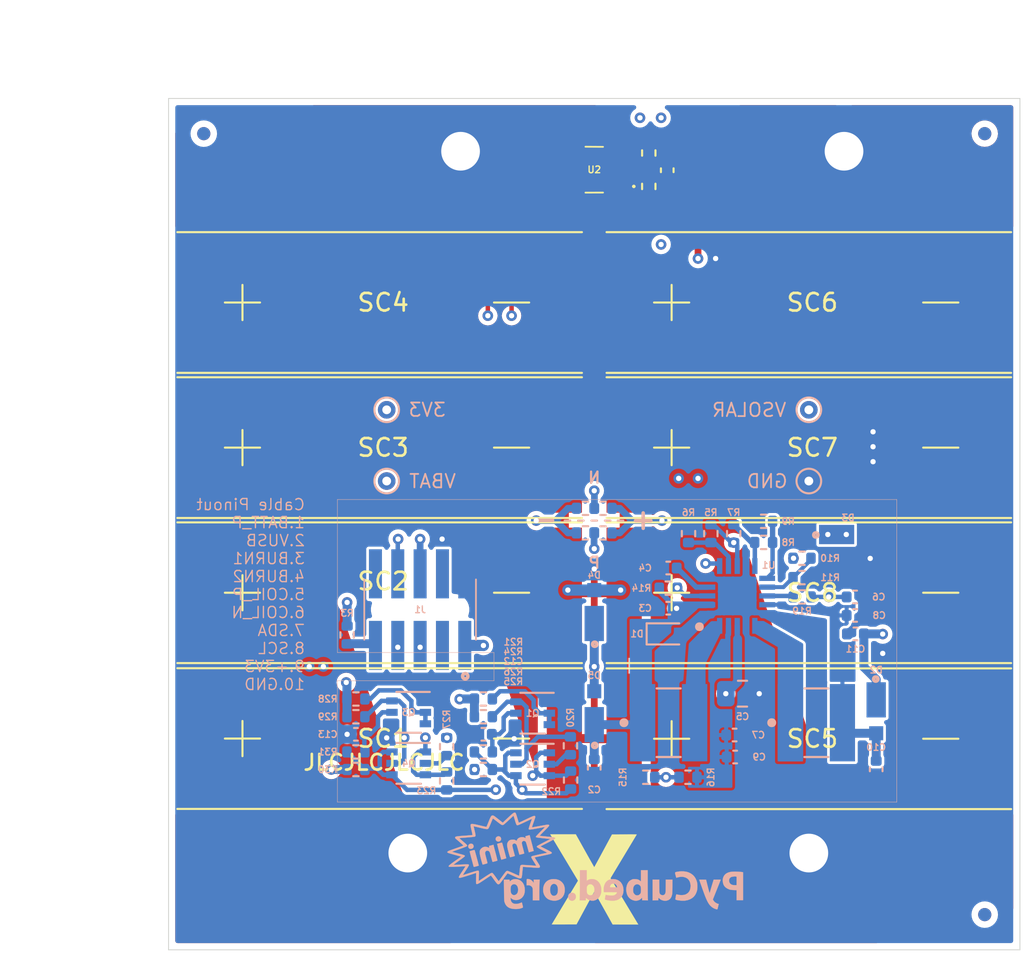
<source format=kicad_pcb>
(kicad_pcb (version 20211014) (generator pcbnew)
  (layers (0 "F.Cu" signal "Top") (1 "In1.Cu" signal) (2 "In2.Cu" signal) (3 "In3.Cu" signal) (4 "In4.Cu" signal) (31 "B.Cu" signal "Bottom") (34 "B.Paste" user) (35 "F.Paste" user) (36 "B.SilkS" user "B.Silkscreen") (37 "F.SilkS" user "F.Silkscreen") (38 "B.Mask" user) (39 "F.Mask" user) (44 "Edge.Cuts" user))
  (net 0 "")
  (net 1 "GND")
  (net 2 "+3V3")
  (net 3 "Net-(C7-Pad1)")
  (net 4 "Net-(L1-Pad2)")
  (net 5 "VOUT_EN")
  (net 6 "VSOLAR")
  (net 7 "VBAT_OK")
  (net 8 "VUSB")
  (net 9 "BATT_P")
  (net 10 "COIL_N")
  (net 11 "COIL_P")
  (net 12 "Net-(C4-Pad1)")
  (net 13 "Net-(C10-Pad1)")
  (net 14 "Net-(L2-Pad1)")
  (net 15 "Net-(R10-Pad2)")
  (net 16 "Net-(R5-Pad1)")
  (net 17 "Net-(R7-Pad1)")
  (net 18 "Net-(R8-Pad1)")
  (net 19 "Net-(R10-Pad1)")
  (net 20 "Net-(R14-Pad1)")
  (net 21 "Net-(C12-Pad1)")
  (net 22 "/coil")
  (net 23 "/VSOLAR_FULL")
  (net 24 "BURN1")
  (net 25 "Net-(C13-Pad1)")
  (net 26 "Net-(D3-Pad1)")
  (net 27 "SDA2")
  (net 28 "SCL2")
  (net 29 "BURN2")
  (net 30 "Net-(Q1-Pad2)")
  (net 31 "Net-(Q1-Pad6)")
  (net 32 "Net-(Q2-Pad2)")
  (net 33 "SCL_LS")
  (net 34 "Net-(Q3-Pad2)")
  (net 35 "Net-(Q3-Pad6)")
  (net 36 "Net-(Q4-Pad2)")
  (net 37 "SDA_LS")
  (net 38 "Net-(R1-Pad1)")
  (net 40 "VBAT")
  (footprint "solarpanels:KXOB25-05X3F" (layer "F.Cu") (at 84 78.690978)
    (fp_text reference "SC1")
    (fp_text value "SolarCell_Small")
  )
  (footprint "solarpanels:KXOB25-05X3F" (layer "F.Cu") (at 84 70.399991)
    (fp_text reference "SC2")
    (fp_text value "SolarCell_Small")
  )
  (footprint "solarpanels:KXOB25-05X3F" (layer "F.Cu") (at 84 62.149996)
    (fp_text reference "SC3")
    (fp_text value "SolarCell_Small")
  )
  (footprint "solarpanels:KXOB25-05X3F" (layer "F.Cu") (at 108.4 78.700988)
    (fp_text reference "SC5")
    (fp_text value "SolarCell_Small")
  )
  (footprint "solarpanels:KXOB25-05X3F" (layer "F.Cu") (at 108.4 53.9)
    (fp_text reference "SC6")
    (fp_text value "SolarCell_Small")
  )
  (footprint "solarpanels:KXOB25-05X3F" (layer "F.Cu") (at 108.4 62.149996)
    (fp_text reference "SC7")
    (fp_text value "SolarCell_Small")
  )
  (footprint "solarpanels:KXOB25-05X3F" (layer "F.Cu") (at 108.4 70.399991)
    (fp_text reference "SC8")
    (fp_text value "SolarCell_Small")
  )
  (footprint "Capacitor_SMD:C_0402_1005Metric" (layer "F.Cu") (at 110.85 46.38 -90)
    (fp_text reference "C1" hide)
    (fp_text value "1uF")
  )
  (footprint "Resistor_SMD:R_0402_1005Metric" (layer "F.Cu") (at 109.8 47.3 -90)
    (fp_text reference "R1" hide)
    (fp_text value "0")
  )
  (footprint "solarpanels:TSL2561" (layer "F.Cu") (at 106.7 46.35 180)
    (fp_text reference "U2")
    (fp_text value "TSL2561" hide)
  )
  (footprint "Resistor_SMD:R_0402_1005Metric" (layer "F.Cu") (at 109.8 45.4 -90)
    (fp_text reference "R2" hide)
    (fp_text value "0")
  )
  (footprint "Fiducial:Fiducial_0.75mm_Mask1.5mm" (layer "F.Cu") (at 128.9 88.7)
    (fp_text reference "REF**" hide)
    (fp_text value "Fiducial_0.75mm_Mask1.5mm")
  )
  (footprint "Fiducial:Fiducial_0.75mm_Mask1.5mm" (layer "F.Cu") (at 84.5 44.3)
    (fp_text reference "REF**" hide)
    (fp_text value "Fiducial_0.75mm_Mask1.5mm")
  )
  (footprint "Fiducial:Fiducial_0.75mm_Mask1.5mm" (layer "F.Cu") (at 128.9 44.3)
    (fp_text reference "REF**" hide)
    (fp_text value "Fiducial_0.75mm_Mask1.5mm")
  )
  (footprint "solarpanels:KXOB25-05X3F" (layer "F.Cu") (at 84 53.9)
    (fp_text reference "SC4")
    (fp_text value "SolarCell_Small")
  )
  (footprint "X Label" (layer "F.Cu") (at 106.7 88.205445)
    (fp_text reference "REF**" hide)
    (fp_text value "X Label" hide)
  )
  (footprint "Capacitor_SMD:C_0805_2012Metric" (layer "B.Cu") (at 115.12924 76.13963)
    (fp_text reference "C5")
    (fp_text value "100uF")
  )
  (footprint "Capacitor_SMD:C_0402_1005Metric" (layer "B.Cu") (at 114.71034 79.73963)
    (fp_text reference "C9")
    (fp_text value "0.1uF")
  )
  (footprint "Capacitor_SMD:C_0402_1005Metric" (layer "B.Cu") (at 121.52924 71.68963)
    (fp_text reference "C8")
    (fp_text value "22uF")
  )
  (footprint "Capacitor_SMD:C_0402_1005Metric" (layer "B.Cu") (at 121.52924 70.63963)
    (fp_text reference "C6")
    (fp_text value "1uF")
  )
  (footprint "Capacitor_SMD:C_0402_1005Metric" (layer "B.Cu") (at 110.90734 68.99433 180)
    (fp_text reference "C4")
    (fp_text value "10nF")
  )
  (footprint "solarpanels:LPS4018" (layer "B.Cu") (at 119.32924 77.78963)
    (fp_text reference "L2" hide)
    (fp_text value "10uH-LPS4018-103MR" hide)
  )
  (footprint "Resistor_SMD:R_0402_1005Metric" (layer "B.Cu") (at 109.62924 80.88963)
    (fp_text reference "R15")
    (fp_text value "0")
  )
  (footprint "Resistor_SMD:R_0402_1005Metric" (layer "B.Cu") (at 116.32924 66.33963)
    (fp_text reference "R9")
    (fp_text value "4.53M")
  )
  (footprint "Resistor_SMD:R_0402_1005Metric" (layer "B.Cu") (at 118.51034 69.538186 180)
    (fp_text reference "R11")
    (fp_text value "4.75M")
  )
  (footprint "Resistor_SMD:R_0402_1005Metric" (layer "B.Cu") (at 114.62924 67.03963 -90)
    (fp_text reference "R7")
    (fp_text value "374K")
  )
  (footprint "Resistor_SMD:R_0402_1005Metric" (layer "B.Cu") (at 118.52034 70.638186)
    (fp_text reference "R19")
    (fp_text value "0")
  )
  (footprint "Resistor_SMD:R_0402_1005Metric" (layer "B.Cu") (at 116.32924 67.53963 180)
    (fp_text reference "R8")
    (fp_text value "8.25M")
  )
  (footprint "Resistor_SMD:R_0402_1005Metric" (layer "B.Cu") (at 110.90734 70.13733 180)
    (fp_text reference "R14")
    (fp_text value "0")
  )
  (footprint "Resistor_SMD:R_0402_1005Metric" (layer "B.Cu") (at 118.51034 68.438186 180)
    (fp_text reference "R10")
    (fp_text value "8.25M")
  )
  (footprint "solarpanels:QFN50P350X350X100-21N-D" (layer "B.Cu") (at 114.830005 70.581786)
    (fp_text reference "U1")
    (fp_text value "BQ25570RGRR" hide)
  )
  (footprint "solarpanels:LPS4018" (layer "B.Cu") (at 110.92924 77.78963)
    (fp_text reference "L1" hide)
    (fp_text value "22uH-LPS4018-223MR" hide)
  )
  (footprint "Resistor_SMD:R_0402_1005Metric" (layer "B.Cu") (at 112.02924 80.88963 180)
    (fp_text reference "R16")
    (fp_text value "0")
  )
  (footprint "Resistor_SMD:R_0402_1005Metric" (layer "B.Cu") (at 113.32924 67.03963 90)
    (fp_text reference "R5")
    (fp_text value "7.32M")
  )
  (footprint "Capacitor_SMD:C_0402_1005Metric" (layer "B.Cu") (at 114.67924 78.48963)
    (fp_text reference "C7")
    (fp_text value "4.7uF")
  )
  (footprint "solarpanels:MICROSMP" (layer "B.Cu") (at 122.72924 77.13963 -90)
    (fp_text reference "D2")
    (fp_text value "MSS1P4-M3_89A" hide)
  )
  (footprint "Resistor_SMD:R_0402_1005Metric" (layer "B.Cu") (at 112.05924 67.03963 -90)
    (fp_text reference "R6")
    (fp_text value "5.62M")
  )
  (footprint "Capacitor_SMD:C_0402_1005Metric" (layer "B.Cu") (at 106.7 80.35 -90)
    (fp_text reference "C2")
    (fp_text value "0.1uF")
  )
  (footprint "Capacitor_SMD:C_0402_1005Metric" (layer "B.Cu") (at 110.90734 71.28033 180)
    (fp_text reference "C3")
    (fp_text value "4.7uF")
  )
  (footprint "TestPoint:TestPoint_THTPad_D1.0mm_Drill0.5mm" (layer "B.Cu") (at 118.9 64.05)
    (fp_text reference "TP2" hide)
    (fp_text value "TP")
  )
  (footprint "TestPoint:TestPoint_THTPad_D1.0mm_Drill0.5mm" (layer "B.Cu") (at 94.9 60)
    (fp_text reference "TP3" hide)
    (fp_text value "TP")
  )
  (footprint "TestPoint:TestPoint_THTPad_D1.0mm_Drill0.5mm" (layer "B.Cu") (at 94.9 64.05)
    (fp_text reference "TP4" hide)
    (fp_text value "TP")
  )
  (footprint "TestPoint:TestPoint_THTPad_D1.0mm_Drill0.5mm" (layer "B.Cu") (at 118.9 60)
    (fp_text reference "TP1" hide)
    (fp_text value "TP")
  )
  (footprint "Resistor_SMD:R_0402_1005Metric" (layer "B.Cu") (at 106.2 65.6)
    (fp_text reference "R18" hide)
    (fp_text value "0")
  )
  (footprint "Resistor_SMD:R_0402_1005Metric" (layer "B.Cu") (at 107.2 65.6)
    (fp_text reference "R17" hide)
    (fp_text value "0")
  )
  (footprint "Resistor_SMD:R_0402_1005Metric" (layer "B.Cu") (at 107.2 67)
    (fp_text reference "R12" hide)
    (fp_text value "0")
  )
  (footprint "Resistor_SMD:R_0402_1005Metric" (layer "B.Cu") (at 106.2 66.997)
    (fp_text reference "R13" hide)
    (fp_text value "0")
  )
  (footprint "Fiducial:Fiducial_0.75mm_Mask1.5mm" (layer "B.Cu") (at 128.9 44.3)
    (fp_text reference "REF**" hide)
    (fp_text value "Fiducial_0.75mm_Mask1.5mm")
  )
  (footprint "Fiducial:Fiducial_0.75mm_Mask1.5mm" (layer "B.Cu") (at 84.5 44.3)
    (fp_text reference "REF**" hide)
    (fp_text value "Fiducial_0.75mm_Mask1.5mm")
  )
  (footprint "Fiducial:Fiducial_0.75mm_Mask1.5mm" (layer "B.Cu") (at 128.9 88.7)
    (fp_text reference "REF**" hide)
    (fp_text value "Fiducial_0.75mm_Mask1.5mm")
  )
  (footprint "Diode_SMD:D_SOD-523" (layer "B.Cu") (at 110.82924 72.73963)
    (fp_text reference "D1")
    (fp_text value "SZMM5Z5V1T1G")
  )
  (footprint "Resistor_SMD:R_0402_1005Metric" (layer "B.Cu") (at 100.396089 76.44)
    (fp_text reference "R21")
    (fp_text value "100K")
  )
  (footprint "Resistor_SMD:R_0402_1005Metric" (layer "B.Cu") (at 98.31 79.15 90)
    (fp_text reference "R27")
    (fp_text value "680")
  )
  (footprint "solarpanels:MICROSMP" (layer "B.Cu") (at 106.7 77.25 90)
    (fp_text reference "D5")
    (fp_text value "MSS1P4-M3_89A" hide)
  )
  (footprint "solarpanels:MICROSMP" (layer "B.Cu") (at 121.12924 67.08963)
    (fp_text reference "D3")
    (fp_text value "MSS1P4-M3_89A" hide)
  )
  (footprint "Capacitor_SMD:C_0402_1005Metric" (layer "B.Cu") (at 121.54924 72.73963 180)
    (fp_text reference "C11")
    (fp_text value "0.1uF")
  )
  (footprint "Resistor_SMD:R_0402_1005Metric" (layer "B.Cu") (at 105.346089 79.1 90)
    (fp_text reference "R20")
    (fp_text value "680")
  )
  (footprint "MountingHole:MountingHole_2.2mm_M2_DIN965_Pad" (layer "B.Cu") (at 99.100005 45.300011 180)
    (fp_text reference "H2" hide)
    (fp_text value "MountingHole")
  )
  (footprint "custom-footprints:pycubed_mini_logo" (layer "B.Cu") (at 99.958009 85.133348 180)
    (fp_text reference "Ref**" hide)
    (fp_text value "Val**" hide)
  )
  (footprint "Resistor_SMD:R_0402_1005Metric" (layer "B.Cu") (at 98.31 81.1 90)
    (fp_text reference "R23")
    (fp_text value "0")
  )
  (footprint "Capacitor_SMD:C_0402_1005Metric" (layer "B.Cu") (at 100.396089 78.45 180)
    (fp_text reference "C12")
    (fp_text value "10nF")
  )
  (footprint "Resistor_SMD:R_0402_1005Metric" (layer "B.Cu") (at 93.15 76.44)
    (fp_text reference "R28")
    (fp_text value "100K")
  )
  (footprint "Resistor_SMD:R_0402_1005Metric" (layer "B.Cu") (at 105.356089 81.05 90)
    (fp_text reference "R22")
    (fp_text value "0")
  )
  (footprint "Resistor_SMD:R_0402_1005Metric" (layer "B.Cu") (at 100.396089 77.45)
    (fp_text reference "R24")
    (fp_text value "10K")
  )
  (footprint "Resistor_SMD:R_0402_1005Metric" (layer "B.Cu") (at 93.15 79.45)
    (fp_text reference "R31")
    (fp_text value "200K")
  )
  (footprint "Resistor_SMD:R_0402_1005Metric" (layer "B.Cu") (at 100.396089 80.45)
    (fp_text reference "R25")
    (fp_text value "10K")
  )
  (footprint "Package_TO_SOT_SMD:SOT-363_SC-70-6" (layer "B.Cu") (at 96.15 77.2 180)
    (fp_text reference "Q3")
    (fp_text value "BSS138DWQ-7")
  )
  (footprint "MountingHole:MountingHole_2.2mm_M2_DIN965_Pad" (layer "B.Cu") (at 118.9 85.2 180)
    (fp_text reference "H4" hide)
    (fp_text value "MountingHole")
  )
  (footprint "Resistor_SMD:R_0402_1005Metric" (layer "B.Cu") (at 100.396089 79.45)
    (fp_text reference "R26")
    (fp_text value "200K")
  )
  (footprint "MountingHole:MountingHole_2.2mm_M2_DIN965_Pad" (layer "B.Cu") (at 96.1 85.2 180)
    (fp_text reference "H3" hide)
    (fp_text value "MountingHole")
  )
  (footprint "Package_TO_SOT_SMD:SOT-363_SC-70-6" (layer "B.Cu") (at 103.196089 80.15 180)
    (fp_text reference "Q2")
    (fp_text value "MBT2222ADW1T1")
  )
  (footprint "Resistor_SMD:R_0402_1005Metric" (layer "B.Cu") (at 93.15 80.45)
    (fp_text reference "R30")
    (fp_text value "10K")
  )
  (footprint "Package_TO_SOT_SMD:SOT-363_SC-70-6" (layer "B.Cu") (at 103.196089 77.25 180)
    (fp_text reference "Q1")
    (fp_text value "BSS138DWQ-7")
  )
  (footprint "Resistor_SMD:R_0402_1005Metric" (layer "B.Cu") (at 92.65 72.8 90)
    (fp_text reference "R3")
    (fp_text value "0")
  )
  (footprint "Package_TO_SOT_SMD:SOT-363_SC-70-6" (layer "B.Cu") (at 96.15 80.1 180)
    (fp_text reference "Q4")
    (fp_text value "MBT2222ADW1T1")
  )
  (footprint "Capacitor_SMD:C_0402_1005Metric" (layer "B.Cu") (at 93.15 78.45 180)
    (fp_text reference "C13")
    (fp_text value "10nF")
  )
  (footprint "MountingHole:MountingHole_2.2mm_M2_DIN965_Pad" (layer "B.Cu") (at 120.900012 45.300011 180)
    (fp_text reference "H1" hide)
    (fp_text value "MountingHole")
  )
  (footprint "Resistor_SMD:R_0402_1005Metric" (layer "B.Cu") (at 93.15 77.45)
    (fp_text reference "R29")
    (fp_text value "10K")
  )
  (footprint "Capacitor_SMD:C_0402_1005Metric" (layer "B.Cu") (at 122.72924 80.43963 -90)
    (fp_text reference "C10")
    (fp_text value "0.1uF")
  )
  (footprint "batteryboard:FTS-105-XX-YY-DV-A" (layer "B.Cu") (at 96.8 71.36 180)
    (fp_text reference "J1")
    (fp_text value "FTS-105-01-L-DV-A" hide)
  )
  (footprint "solarpanels:MICROSMP" (layer "B.Cu") (at 106.7 71.498556 90)
    (fp_text reference "D4")
    (fp_text value "MSS1P4-M3_89A" hide)
  )
  (gr_line (start 107.30325 66.3) (end 107.62075 66.3) (layer "B.SilkS") (width 0.12))
  (gr_line (start 106.85875 66.3) (end 106.54125 66.3) (layer "B.SilkS") (width 0.12))
  (gr_line (start 106.09675 66.3) (end 105.77925 66.3) (layer "B.SilkS") (width 0.12))
  (gr_line (start 108.351 66.3) (end 108.0335 66.3) (layer "B.SilkS") (width 0.12))
  (gr_line (start 105.01725 66.3) (end 105.33475 66.3) (layer "B.SilkS") (width 0.12))
  (gr_line (start 101 73.8) (end 92.1 73.8) (layer "B.SilkS") (width 0.0254))
  (gr_line (start 92.1 75.4) (end 101 75.4) (layer "B.SilkS") (width 0.0254))
  (gr_line (start 123.9 65.1) (end 123.9 82.3) (layer "B.SilkS") (width 0.0254))
  (gr_line (start 101 75.4) (end 101 73.8) (layer "B.SilkS") (width 0.0254))
  (gr_line (start 123.9 82.3) (end 92.1 82.3) (layer "B.SilkS") (width 0.0254))
  (gr_line (start 92.1 82.3) (end 92.1 75.4) (layer "B.SilkS") (width 0.0254))
  (gr_line (start 92.1 65.1) (end 123.9 65.1) (layer "B.SilkS") (width 0.0254))
  (gr_line (start 92.1 73.8) (end 92.1 65.1) (layer "B.SilkS") (width 0.0254))
  (gr_line (start 82.5 90.7) (end 82.5 42.3) (layer "Edge.Cuts") (width 0.05))
  (gr_line (start 82.5 42.3) (end 130.9 42.3) (layer "Edge.Cuts") (width 0.05))
  (gr_line (start 82.5 90.7) (end 130.9 90.7) (layer "Edge.Cuts") (width 0.05))
  (gr_line (start 130.9 42.3) (end 130.9 90.7) (layer "Edge.Cuts") (width 0.05))
  (gr_text "GND" (at 117.76 64.06) (layer "B.SilkS") (effects (font (size 0.762 0.762) (thickness 0.1016)) (justify left mirror)))
  (gr_text "VSOLAR" (at 117.68 60.01) (layer "B.SilkS") (effects (font (size 0.762 0.762) (thickness 0.1016)) (justify left mirror)))
  (gr_text "VBAT" (at 98.9 64.06) (layer "B.SilkS") (effects (font (size 0.762 0.762) (thickness 0.1016)) (justify left mirror)))
  (gr_text "3V3" (at 98.32 60) (layer "B.SilkS") (effects (font (size 0.762 0.762) (thickness 0.1016)) (justify left mirror)))
  (gr_text "+" (at 109.4 66.3 90) (layer "B.SilkS") (effects (font (size 1.143 1.143) (thickness 0.2032)) (justify mirror)))
  (gr_text "P" (at 106.7 68.7) (layer "B.SilkS") (effects (font (size 0.635 0.635) (thickness 0.127)) (justify mirror)))
  (gr_text "N" (at 106.7 63.8 180) (layer "B.SilkS") (effects (font (size 0.635 0.635) (thickness 0.127)) (justify mirror)))
  (gr_text "-" (at 103.89225 66.2) (layer "B.SilkS") (effects (font (size 1.143 1.143) (thickness 0.2032)) (justify mirror)))
  (gr_text "Cable Pinout\n1.BATT_P\n2.VUSB\n3.BURN1\n4.BURN2\n5.COIL_P\n6.COIL_N\n7.SDA\n8.SCL\n9.+3V3\n10.GND" (at 90.3 70.5) (layer "B.SilkS") (effects (font (size 0.635 0.635) (thickness 0.0762)) (justify left mirror)))
  (gr_text "JLCJLCJLCJLC" (at 94.75 80.05) (layer "F.SilkS") (effects (font (size 0.889 0.889))))
  (segment (start 112.2 45.9) (end 113.6 47.3) (width 0.381) (layer "F.Cu") (net 1))
  (segment (start 109.8 44.89) (end 108.659206 44.89) (width 0.381) (layer "F.Cu") (net 1))
  (segment (start 110.85 45.5) (end 110.24 44.89) (width 0.381) (layer "F.Cu") (net 1))
  (segment (start 110.24 44.89) (end 109.8 44.89) (width 0.381) (layer "F.Cu") (net 1))
  (segment (start 110.85 45.9) (end 112.2 45.9) (width 0.381) (layer "F.Cu") (net 1))
  (segment (start 113.6 47.3) (end 113.6 51.4) (width 0.381) (layer "F.Cu") (net 1))
  (segment (start 110.85 45.9) (end 110.85 45.5) (width 0.381) (layer "F.Cu") (net 1))
  (segment (start 108.659206 44.89) (end 108.149203 45.400003) (width 0.381) (layer "F.Cu") (net 1))
  (via (at 122.38924 68.45) (size 0.6) (drill 0.3) (layers "F.Cu" "B.Cu") (net 1))
  (via (at 122.55 62.95) (size 0.6) (drill 0.3) (layers "F.Cu" "B.Cu") (net 1))
  (via (at 122.55 61.25) (size 0.6) (drill 0.3) (layers "F.Cu" "B.Cu") (net 1))
  (via (at 113.6 51.4) (size 0.6) (drill 0.3) (layers "F.Cu" "B.Cu") (net 1))
  (via (at 116.07924 76.13963) (size 0.6) (drill 0.3) (layers "F.Cu" "B.Cu") (net 1))
  (via (at 98.05 67.35) (size 0.6) (drill 0.3) (layers "F.Cu" "B.Cu") (net 1))
  (via (at 102.146089 78.7) (size 0.6) (drill 0.3) (layers "F.Cu" "B.Cu") (net 1))
  (via (at 123.1 73.85) (size 0.6) (drill 0.3) (layers "F.Cu" "B.Cu") (net 1))
  (via (at 106.7 69.05) (size 0.6) (drill 0.3) (layers "F.Cu" "B.Cu") (net 1))
  (via (at 94.9 78.65) (size 0.6) (drill 0.3) (layers "F.Cu" "B.Cu") (net 1))
  (via (at 122.55 62.1) (size 0.6) (drill 0.3) (layers "F.Cu" "B.Cu") (net 1))
  (via (at 92.65 78.45) (size 0.6) (drill 0.3) (layers "F.Cu" "B.Cu") (net 1))
  (segment (start 113.13 71.581786) (end 113.159401 71.552385) (width 0.254) (layer "B.Cu") (net 1))
  (segment (start 116.500599 71.552385) (end 116.53 71.581786) (width 0.254) (layer "B.Cu") (net 1))
  (segment (start 122.55 66.1) (end 122.55 64.65) (width 1.016) (layer "B.Cu") (net 1))
  (segment (start 115.801089 71.552875) (end 114.83 70.581786) (width 0.254) (layer "B.Cu") (net 1))
  (segment (start 115.33 72.281786) (end 115.33 71.081786) (width 0.3048) (layer "B.Cu") (net 1))
  (segment (start 121.06924 72.69963) (end 122.00924 71.75963) (width 0.3048) (layer "B.Cu") (net 1))
  (segment (start 122.55 61.25) (end 122.55 64.65) (width 1.016) (layer "B.Cu") (net 1))
  (segment (start 113.858911 70.852875) (end 114.13 70.581786) (width 0.254) (layer "B.Cu") (net 1))
  (segment (start 113.858911 71.552875) (end 113.858911 70.852875) (width 0.254) (layer "B.Cu") (net 1))
  (segment (start 115.33 68.881786) (end 115.33 70.081786) (width 0.3048) (layer "B.Cu") (net 1))
  (segment (start 118.9 64.05) (end 118.9 65.7) (width 0.508) (layer "B.Cu") (net 1))
  (segment (start 113.158911 71.552875) (end 113.858911 71.552875) (width 0.254) (layer "B.Cu") (net 1))
  (segment (start 116.501089 71.552875) (end 115.801089 71.552875) (width 0.254) (layer "B.Cu") (net 1))
  (segment (start 110.29 47.81) (end 109.8 47.81) (width 0.381) (layer "F.Cu") (net 2))
  (segment (start 111.79 46.86) (end 110.85 46.86) (width 0.381) (layer "F.Cu") (net 2))
  (segment (start 109.8 47.81) (end 108.6592 47.81) (width 0.381) (layer "F.Cu") (net 2))
  (segment (start 110.85 46.86) (end 110.85 47.25) (width 0.381) (layer "F.Cu") (net 2))
  (segment (start 112.6 47.67) (end 112.6 51.4) (width 0.381) (layer "F.Cu") (net 2))
  (segment (start 111.79 46.86) (end 112.6 47.67) (width 0.381) (layer "F.Cu") (net 2))
  (segment (start 110.85 47.25) (end 110.29 47.81) (width 0.381) (layer "F.Cu") (net 2))
  (segment (start 108.6592 47.81) (end 108.149203 47.300003) (width 0.381) (layer "F.Cu") (net 2))
  (via (at 92.6 75.5) (size 0.6) (drill 0.3) (layers "F.Cu" "B.Cu") (net 2))
  (via (at 99.896089 80.45) (size 0.6) (drill 0.3) (layers "F.Cu" "B.Cu") (net 2))
  (via (at 100.4 73.4) (size 0.6) (drill 0.3) (layers "F.Cu" "B.Cu") (net 2))
  (via (at 123.1 72.75) (size 0.6) (drill 0.3) (layers "F.Cu" "B.Cu") (net 2))
  (via (at 112.6 51.4) (size 0.6) (drill 0.3) (layers "F.Cu" "B.Cu") (net 2))
  (via (at 91.75 80.45) (size 0.6) (drill 0.3) (layers "F.Cu" "B.Cu") (net 2))
  (via (at 99.05 76.45) (size 0.6) (drill 0.3) (layers "F.Cu" "B.Cu") (net 2))
  (segment (start 123.08963 72.73963) (end 123.1 72.75) (width 0.508) (layer "B.Cu") (net 2))
  (segment (start 122.02924 74.62924) (end 122.02924 72.73963) (width 0.508) (layer "B.Cu") (net 2))
  (segment (start 99.06 76.44) (end 99.886089 76.44) (width 0.508) (layer "B.Cu") (net 2))
  (segment (start 99.05 76.45) (end 99.06 76.44) (width 0.508) (layer "B.Cu") (net 2))
  (segment (start 122.02924 72.73963) (end 123.08963 72.73963) (width 0.508) (layer "B.Cu") (net 2))
  (segment (start 92.6 75.5) (end 92.64 75.54) (width 0.508) (layer "B.Cu") (net 2))
  (segment (start 92.64 75.54) (end 92.64 76.44) (width 0.508) (layer "B.Cu") (net 2))
  (segment (start 100.4 73.4) (end 100.395 73.395) (width 0.635) (layer "B.Cu") (net 2))
  (segment (start 122.72924 76.48963) (end 122.72924 75.32924) (width 0.508) (layer "B.Cu") (net 2))
  (segment (start 99.886089 77.45) (end 99.886089 76.44) (width 0.508) (layer "B.Cu") (net 2))
  (segment (start 92.64 80.45) (end 91.75 80.45) (width 0.508) (layer "B.Cu") (net 2))
  (segment (start 122.72924 75.32924) (end 122.02924 74.62924) (width 0.508) (layer "B.Cu") (net 2))
  (segment (start 100.395 73.395) (end 99.34 73.395) (width 0.635) (layer "B.Cu") (net 2))
  (segment (start 92.64 77.45) (end 92.64 76.44) (width 0.508) (layer "B.Cu") (net 2))
  (segment (start 114.29373 72.800716) (end 114.29373 73.15813) (width 0.29972) (layer "B.Cu") (net 3))
  (segment (start 114.33 72.281786) (end 114.33 72.764446) (width 0.29972) (layer "B.Cu") (net 3))
  (segment (start 114.33 72.764446) (end 114.29373 72.800716) (width 0.29972) (layer "B.Cu") (net 3))
  (via (at 120.02924 70.63963) (size 0.6) (drill 0.3) (layers "F.Cu" "B.Cu") (net 5))
  (via (at 113.02924 68.73963) (size 0.6) (drill 0.3) (layers "F.Cu" "B.Cu") (net 5))
  (segment (start 120.02924 70.63963) (end 121.04924 70.63963) (width 0.254) (layer "B.Cu") (net 5))
  (segment (start 113.687849 68.73963) (end 113.02924 68.73963) (width 0.254) (layer "B.Cu") (net 5))
  (segment (start 113.830005 68.881786) (end 113.687849 68.73963) (width 0.254) (layer "B.Cu") (net 5))
  (segment (start 120.02924 70.63963) (end 119.031784 70.63963) (width 0.254) (layer "B.Cu") (net 5))
  (via (at 111.37924 71.28963) (size 0.6) (drill 0.3) (layers "F.Cu" "B.Cu") (net 6))
  (segment (start 111.37924 71.28963) (end 110.39734 70.30773) (width 0.29972) (layer "B.Cu") (net 6))
  (segment (start 110.39734 70.30773) (end 110.39734 70.13733) (width 0.29972) (layer "B.Cu") (net 6))
  (segment (start 106.7 77.9) (end 106.7 79.82) (width 0.508) (layer "B.Cu") (net 6))
  (segment (start 106.7 77.9) (end 109.33932 77.9) (width 0.508) (layer "B.Cu") (net 6))
  (segment (start 116.530005 70.581786) (end 117.95394 70.581786) (width 0.254) (layer "B.Cu") (net 7))
  (segment (start 92.7 73.3) (end 94.165 73.3) (width 0.508) (layer "B.Cu") (net 9))
  (via (at 96.8 67.35) (size 0.6) (drill 0.3) (layers "F.Cu" "B.Cu") (net 10))
  (via (at 106.7 64.6) (size 0.6) (drill 0.3) (layers "F.Cu" "B.Cu") (net 10))
  (segment (start 106.71 64.61) (end 106.7 64.6) (width 0.1524) (layer "B.Cu") (net 10))
  (segment (start 96.8 67.35) (end 96.8 69.725) (width 0.381) (layer "B.Cu") (net 10))
  (segment (start 106.71 65.6) (end 106.71 64.61) (width 0.381) (layer "B.Cu") (net 10))
  (via (at 106.7 67.9) (size 0.6) (drill 0.3) (layers "F.Cu" "B.Cu") (net 11))
  (via (at 96.8 73.5) (size 0.6) (drill 0.3) (layers "F.Cu" "B.Cu") (net 11))
  (segment (start 106.69 67.89) (end 106.7 67.9) (width 0.1524) (layer "B.Cu") (net 11))
  (segment (start 106.69 67) (end 106.69 67.89) (width 0.381) (layer "B.Cu") (net 11))
  (segment (start 112.49644 70.081786) (end 111.408984 68.99433) (width 0.29972) (layer "B.Cu") (net 12))
  (segment (start 113.13 70.081786) (end 112.49644 70.081786) (width 0.29972) (layer "B.Cu") (net 12))
  (segment (start 122.72924 79.95963) (end 122.72924 78.38963) (width 0.508) (layer "B.Cu") (net 13))
  (segment (start 122.72924 78.38963) (end 121.40879 78.38963) (width 0.508) (layer "B.Cu") (net 13))
  (segment (start 121.40879 78.38963) (end 120.80879 77.78963) (width 0.508) (layer "B.Cu") (net 13))
  (via (at 114.62924 67.54963) (size 0.6) (drill 0.3) (layers "F.Cu" "B.Cu") (net 15))
  (via (at 118.02924 68.43963) (size 0.6) (drill 0.3) (layers "F.Cu" "B.Cu") (net 15))
  (segment (start 114.830005 68.881786) (end 114.830005 67.750395) (width 0.254) (layer "B.Cu") (net 15))
  (segment (start 114.49963 67.54963) (end 113.47963 66.52963) (width 0.254) (layer "B.Cu") (net 15))
  (segment (start 114.830005 67.750395) (end 114.62924 67.54963) (width 0.254) (layer "B.Cu") (net 15))
  (segment (start 113.53924 67.54963) (end 113.32924 67.54963) (width 0.254) (layer "B.Cu") (net 16))
  (segment (start 114.330005 68.881786) (end 114.330005 68.340395) (width 0.254) (layer "B.Cu") (net 16))
  (segment (start 114.330005 68.340395) (end 113.53924 67.54963) (width 0.254) (layer "B.Cu") (net 16))
  (segment (start 113.32924 67.54963) (end 112.05924 67.54963) (width 0.254) (layer "B.Cu") (net 16))
  (segment (start 115.830005 68.881786) (end 115.830005 67.550395) (width 0.254) (layer "B.Cu") (net 17))
  (segment (start 115.81924 67.53963) (end 115.63924 67.53963) (width 0.29972) (layer "B.Cu") (net 17))
  (segment (start 115.63924 67.53963) (end 114.62924 66.52963) (width 0.29972) (layer "B.Cu") (net 17))
  (segment (start 116.530005 69.581786) (end 116.83924 69.272551) (width 0.254) (layer "B.Cu") (net 18))
  (segment (start 116.83924 66.33963) (end 116.83924 67.53963) (width 0.3048) (layer "B.Cu") (net 18))
  (segment (start 116.83924 69.272551) (end 116.83924 67.53963) (width 0.254) (layer "B.Cu") (net 18))
  (segment (start 117.45674 70.081786) (end 116.53 70.081786) (width 0.2286) (layer "B.Cu") (net 19))
  (segment (start 119.02034 68.518186) (end 117.45674 70.081786) (width 0.2286) (layer "B.Cu") (net 19))
  (via (at 111.41924 70.11963) (size 0.6) (drill 0.3) (layers "F.Cu" "B.Cu") (net 20))
  (via (at 110.77924 80.88963) (size 0.6) (drill 0.3) (layers "F.Cu" "B.Cu") (net 20))
  (segment (start 111.41924 70.11963) (end 111.881396 70.581786) (width 0.254) (layer "B.Cu") (net 20))
  (segment (start 111.881396 70.581786) (end 113.130005 70.581786) (width 0.254) (layer "B.Cu") (net 20))
  (segment (start 110.77924 80.88963) (end 110.13924 80.88963) (width 0.254) (layer "B.Cu") (net 20))
  (segment (start 110.77924 80.88963) (end 111.51924 80.88963) (width 0.254) (layer "B.Cu") (net 20))
  (segment (start 101.3 78.45) (end 100.876089 78.45) (width 0.254) (layer "B.Cu") (net 21))
  (segment (start 101.55 77.5) (end 101.55 78.2) (width 0.254) (layer "B.Cu") (net 21))
  (segment (start 100.906089 79.45) (end 100.906089 78.48) (width 0.254) (layer "B.Cu") (net 21))
  (segment (start 101.8 77.25) (end 101.55 77.5) (width 0.254) (layer "B.Cu") (net 21))
  (segment (start 102.246089 77.25) (end 101.8 77.25) (width 0.254) (layer "B.Cu") (net 21))
  (segment (start 101.55 78.2) (end 101.3 78.45) (width 0.254) (layer "B.Cu") (net 21))
  (via (at 110.55 66.3) (size 0.6) (drill 0.3) (layers "F.Cu" "B.Cu") (net 22))
  (via (at 110.5 50.6) (size 0.6) (drill 0.3) (layers "F.Cu" "B.Cu") (net 22))
  (via (at 103.4 66.3) (size 0.6) (drill 0.3) (layers "F.Cu" "B.Cu") (net 22))
  (via (at 109.3 43.4) (size 0.6) (drill 0.3) (layers "F.Cu" "B.Cu") (net 22))
  (via (at 110.500008 43.399989) (size 0.6) (drill 0.3) (layers "F.Cu" "B.Cu") (net 22))
  (segment (start 108.15525 66.997) (end 108.85225 66.3) (width 0.381) (layer "B.Cu") (net 22))
  (segment (start 105.20397 66.997) (end 105.69 66.997) (width 0.381) (layer "B.Cu") (net 22))
  (segment (start 104.50397 66.3) (end 105.20397 65.6) (width 0.381) (layer "B.Cu") (net 22))
  (segment (start 103.4 66.3) (end 104.50697 66.3) (width 0.381) (layer "B.Cu") (net 22))
  (segment (start 108.85225 66.3) (end 110.55 66.3) (width 0.381) (layer "B.Cu") (net 22))
  (segment (start 108.15225 65.6) (end 107.71 65.6) (width 0.381) (layer "B.Cu") (net 22))
  (segment (start 105.20397 65.6) (end 105.69 65.6) (width 0.381) (layer "B.Cu") (net 22))
  (segment (start 104.50697 66.3) (end 105.20397 66.997) (width 0.381) (layer "B.Cu") (net 22))
  (segment (start 107.713 66.997) (end 107.71 67) (width 0.381) (layer "B.Cu") (net 22))
  (segment (start 108.15225 65.6) (end 108.85225 66.3) (width 0.381) (layer "B.Cu") (net 22))
  (segment (start 108.15525 66.997) (end 107.713 66.997) (width 0.381) (layer "B.Cu") (net 22))
  (via (at 106.7 74.6) (size 0.6) (drill 0.3) (layers "F.Cu" "B.Cu") (net 23))
  (via (at 91.3 74.6) (size 0.6) (drill 0.3) (layers "F.Cu" "B.Cu") (net 23))
  (via (at 90.5 74.6) (size 0.6) (drill 0.3) (layers "F.Cu" "B.Cu") (net 23))
  (segment (start 106.7 74.6) (end 106.7 72.148556) (width 0.508) (layer "B.Cu") (net 23))
  (segment (start 106.7 76) (end 106.7 74.6) (width 0.508) (layer "B.Cu") (net 23))
  (segment (start 94.403911 77.45) (end 94.403911 78) (width 0.254) (layer "B.Cu") (net 25))
  (segment (start 93.63 78.45) (end 93.63 79.42) (width 0.254) (layer "B.Cu") (net 25))
  (segment (start 93.953911 78.45) (end 93.63 78.45) (width 0.254) (layer "B.Cu") (net 25))
  (segment (start 94.653911 77.2) (end 94.403911 77.45) (width 0.254) (layer "B.Cu") (net 25))
  (segment (start 95.2 77.2) (end 94.653911 77.2) (width 0.254) (layer "B.Cu") (net 25))
  (segment (start 94.403911 78) (end 93.953911 78.45) (width 0.254) (layer "B.Cu") (net 25))
  (via (at 119.97924 67.08963) (size 0.6) (drill 0.3) (layers "F.Cu" "B.Cu") (net 26))
  (via (at 112.6 63.9) (size 0.6) (drill 0.3) (layers "F.Cu" "B.Cu") (net 26))
  (via (at 108.2 70.25) (size 0.6) (drill 0.3) (layers "F.Cu" "B.Cu") (net 26))
  (via (at 121.02924 67.08963) (size 0.6) (drill 0.3) (layers "F.Cu" "B.Cu") (net 26))
  (via (at 105.2 70.25) (size 0.6) (drill 0.3) (layers "F.Cu" "B.Cu") (net 26))
  (via (at 111.5 63.9) (size 0.6) (drill 0.3) (layers "F.Cu" "B.Cu") (net 26))
  (segment (start 105.201444 70.248556) (end 106.5236 70.248556) (width 0.635) (layer "B.Cu") (net 26))
  (segment (start 108.2 70.25) (end 108.198556 70.248556) (width 0.635) (layer "B.Cu") (net 26))
  (segment (start 105.2 70.25) (end 105.201444 70.248556) (width 0.635) (layer "B.Cu") (net 26))
  (segment (start 108.198556 70.248556) (end 106.5236 70.248556) (width 0.635) (layer "B.Cu") (net 26))
  (via (at 97.1 78.64) (size 0.6) (drill 0.3) (layers "F.Cu" "B.Cu") (net 27))
  (via (at 95.53 73.5) (size 0.6) (drill 0.3) (layers "F.Cu" "B.Cu") (net 27))
  (segment (start 96.603911 80.75) (end 96.403911 80.55) (width 0.254) (layer "B.Cu") (net 27))
  (segment (start 97.1 78.64) (end 97.1 79.45) (width 0.254) (layer "B.Cu") (net 27))
  (segment (start 96.703911 79.45) (end 97.1 79.45) (width 0.254) (layer "B.Cu") (net 27))
  (segment (start 98.15 80.75) (end 98.31 80.59) (width 0.254) (layer "B.Cu") (net 27))
  (segment (start 96.403911 79.75) (end 96.703911 79.45) (width 0.254) (layer "B.Cu") (net 27))
  (segment (start 97.1 80.75) (end 96.603911 80.75) (width 0.254) (layer "B.Cu") (net 27))
  (segment (start 97.1 80.75) (end 98.15 80.75) (width 0.254) (layer "B.Cu") (net 27))
  (segment (start 96.403911 80.55) (end 96.403911 79.75) (width 0.254) (layer "B.Cu") (net 27))
  (via (at 103.2 80.8) (size 0.6) (drill 0.3) (layers "F.Cu" "B.Cu") (net 28))
  (via (at 95.55 67.35) (size 0.6) (drill 0.3) (layers "F.Cu" "B.Cu") (net 28))
  (segment (start 95.53 67.37) (end 95.53 69.725) (width 0.254) (layer "B.Cu") (net 28))
  (segment (start 103.646089 80.8) (end 104.146089 80.8) (width 0.254) (layer "B.Cu") (net 28))
  (segment (start 103.2 80.746089) (end 103.396089 80.55) (width 0.254) (layer "B.Cu") (net 28))
  (segment (start 95.55 67.35) (end 95.53 67.37) (width 0.254) (layer "B.Cu") (net 28))
  (segment (start 104.146089 79.5) (end 103.646089 79.5) (width 0.254) (layer "B.Cu") (net 28))
  (segment (start 105.096089 80.8) (end 105.356089 80.54) (width 0.254) (layer "B.Cu") (net 28))
  (segment (start 104.146089 80.8) (end 105.096089 80.8) (width 0.254) (layer "B.Cu") (net 28))
  (segment (start 103.2 80.8) (end 103.2 80.746089) (width 0.254) (layer "B.Cu") (net 28))
  (segment (start 103.396089 79.75) (end 103.396089 80.55) (width 0.254) (layer "B.Cu") (net 28))
  (segment (start 103.646089 79.5) (end 103.396089 79.75) (width 0.254) (layer "B.Cu") (net 28))
  (segment (start 103.396089 80.55) (end 103.646089 80.8) (width 0.254) (layer "B.Cu") (net 28))
  (segment (start 103.25592 76.50592) (end 102.75 76) (width 0.254) (layer "B.Cu") (net 30))
  (segment (start 103.25592 76.90592) (end 103.25592 76.50592) (width 0.254) (layer "B.Cu") (net 30))
  (segment (start 104.146089 77.25) (end 104.146089 77.9) (width 0.254) (layer "B.Cu") (net 30))
  (segment (start 104.146089 77.25) (end 103.6 77.25) (width 0.254) (layer "B.Cu") (net 30))
  (segment (start 103.6 77.25) (end 103.25592 76.90592) (width 0.254) (layer "B.Cu") (net 30))
  (segment (start 101.346089 76) (end 100.906089 76.44) (width 0.254) (layer "B.Cu") (net 30))
  (segment (start 102.75 76) (end 101.346089 76) (width 0.254) (layer "B.Cu") (net 30))
  (segment (start 102.596089 80.15) (end 102.85 79.896089) (width 0.254) (layer "B.Cu") (net 31))
  (segment (start 101.756089 76.6) (end 102.246089 76.6) (width 0.254) (layer "B.Cu") (net 31))
  (segment (start 100.906089 77.45) (end 101.756089 76.6) (width 0.254) (layer "B.Cu") (net 31))
  (segment (start 102.85 79.246089) (end 102.85 76.903911) (width 0.254) (layer "B.Cu") (net 31))
  (segment (start 102.85 76.903911) (end 102.546089 76.6) (width 0.254) (layer "B.Cu") (net 31))
  (segment (start 102.546089 76.6) (end 102.246089 76.6) (width 0.254) (layer "B.Cu") (net 31))
  (segment (start 102.85 79.896089) (end 102.85 79.246089) (width 0.254) (layer "B.Cu") (net 31))
  (segment (start 102.85 79.246089) (end 103.506089 78.59) (width 0.254) (layer "B.Cu") (net 31))
  (segment (start 102.246089 80.15) (end 102.596089 80.15) (width 0.254) (layer "B.Cu") (net 31))
  (segment (start 103.506089 78.59) (end 105.346089 78.59) (width 0.254) (layer "B.Cu") (net 31))
  (segment (start 105.346089 79.61) (end 105.096089 79.61) (width 0.254) (layer "B.Cu") (net 32))
  (segment (start 105.096089 79.61) (end 104.556089 80.15) (width 0.254) (layer "B.Cu") (net 32))
  (segment (start 104.556089 80.15) (end 104.146089 80.15) (width 0.254) (layer "B.Cu") (net 32))
  (segment (start 100.65 54.65) (end 100.65 47.8) (width 0.254) (layer "F.Cu") (net 33))
  (segment (start 100.65 47.8) (end 103.05 45.4) (width 0.254) (layer "F.Cu") (net 33))
  (segment (start 103.05 45.4) (end 105.25 45.4) (width 0.254) (layer "F.Cu") (net 33))
  (via (at 102.6 81.6) (size 0.6) (drill 0.3) (layers "F.Cu" "B.Cu") (net 33))
  (via (at 100.65 54.65) (size 0.6) (drill 0.3) (layers "F.Cu" "B.Cu") (net 33))
  (segment (start 101.642178 79.671089) (end 101.642178 80.596089) (width 0.254) (layer "B.Cu") (net 33))
  (segment (start 101.496089 80.45) (end 101.642178 80.596089) (width 0.254) (layer "B.Cu") (net 33))
  (segment (start 101.846089 80.8) (end 102.246089 80.8) (width 0.254) (layer "B.Cu") (net 33))
  (segment (start 102.246089 81.246089) (end 102.246089 80.8) (width 0.254) (layer "B.Cu") (net 33))
  (segment (start 101.642178 80.596089) (end 101.846089 80.8) (width 0.254) (layer "B.Cu") (net 33))
  (segment (start 102.246089 79.5) (end 101.813267 79.5) (width 0.254) (layer "B.Cu") (net 33))
  (segment (start 99.906089 79.45) (end 100.906089 80.45) (width 0.254) (layer "B.Cu") (net 33))
  (segment (start 100.906089 80.45) (end 101.496089 80.45) (width 0.254) (layer "B.Cu") (net 33))
  (segment (start 102.6 81.6) (end 102.8 81.8) (width 0.254) (layer "B.Cu") (net 33))
  (segment (start 102.6 81.6) (end 102.246089 81.246089) (width 0.254) (layer "B.Cu") (net 33))
  (segment (start 105.116089 81.8) (end 105.356089 81.56) (width 0.254) (layer "B.Cu") (net 33))
  (segment (start 101.813267 79.5) (end 101.642178 79.671089) (width 0.254) (layer "B.Cu") (net 33))
  (segment (start 102.8 81.8) (end 105.116089 81.8) (width 0.254) (layer "B.Cu") (net 33))
  (segment (start 95.7 75.95) (end 96.3 76.55) (width 0.254) (layer "B.Cu") (net 34))
  (segment (start 95.7 75.95) (end 94.46 75.95) (width 0.254) (layer "B.Cu") (net 34))
  (segment (start 97.1 77.2) (end 96.553911 77.2) (width 0.254) (layer "B.Cu") (net 34))
  (segment (start 94.46 75.95) (end 93.98 76.43) (width 0.254) (layer "B.Cu") (net 34))
  (segment (start 93.98 76.43) (end 93.66 76.43) (width 0.254) (layer "B.Cu") (net 34))
  (segment (start 97.1 77.85) (end 97.1 77.2) (width 0.254) (layer "B.Cu") (net 34))
  (segment (start 96.303911 76.95) (end 96.303911 76.55) (width 0.254) (layer "B.Cu") (net 34))
  (segment (start 96.3 76.55) (end 96.303911 76.55) (width 0.254) (layer "B.Cu") (net 34))
  (segment (start 96.553911 77.2) (end 96.303911 76.95) (width 0.254) (layer "B.Cu") (net 34))
  (via (at 98.33 78.65) (size 0.6) (drill 0.3) (layers "F.Cu" "B.Cu") (net 35))
  (via (at 95.897991 78.642009) (size 0.6) (drill 0.3) (layers "F.Cu" "B.Cu") (net 35))
  (segment (start 95.897991 76.84408) (end 95.897991 79.85592) (width 0.254) (layer "B.Cu") (net 35))
  (segment (start 95.897991 79.85592) (end 95.653911 80.1) (width 0.254) (layer "B.Cu") (net 35))
  (segment (start 93.703911 77.45) (end 94.603911 76.55) (width 0.254) (layer "B.Cu") (net 35))
  (segment (start 95.653911 80.1) (end 95.2 80.1) (width 0.254) (layer "B.Cu") (net 35))
  (segment (start 94.603911 76.55) (end 95.2 76.55) (width 0.254) (layer "B.Cu") (net 35))
  (segment (start 95.603911 76.55) (end 95.897991 76.84408) (width 0.254) (layer "B.Cu") (net 35))
  (segment (start 95.2 76.55) (end 95.603911 76.55) (width 0.254) (layer "B.Cu") (net 35))
  (segment (start 97.87 80.1) (end 98.31 79.66) (width 0.254) (layer "B.Cu") (net 36))
  (segment (start 97.1 80.1) (end 97.87 80.1) (width 0.254) (layer "B.Cu") (net 36))
  (segment (start 103.25 47.3) (end 105.25 47.3) (width 0.254) (layer "F.Cu") (net 37))
  (segment (start 102 54.65) (end 102 48.55) (width 0.254) (layer "F.Cu") (net 37))
  (segment (start 102 48.55) (end 103.25 47.3) (width 0.254) (layer "F.Cu") (net 37))
  (via (at 101.1 81.6) (size 0.6) (drill 0.3) (layers "F.Cu" "B.Cu") (net 37))
  (via (at 102 54.65) (size 0.6) (drill 0.3) (layers "F.Cu" "B.Cu") (net 37))
  (segment (start 95.2 80.75) (end 94.703911 80.75) (width 0.254) (layer "B.Cu") (net 37))
  (segment (start 94.503911 79.65) (end 94.703911 79.45) (width 0.254) (layer "B.Cu") (net 37))
  (segment (start 96.06 81.61) (end 98.31 81.61) (width 0.254) (layer "B.Cu") (net 37))
  (segment (start 93.66 80.4) (end 94.353911 80.4) (width 0.254) (layer "B.Cu") (net 37))
  (segment (start 101.1 81.6) (end 101.09 81.61) (width 0.254) (layer "B.Cu") (net 37))
  (segment (start 101.09 81.61) (end 98.31 81.61) (width 0.254) (layer "B.Cu") (net 37))
  (segment (start 92.66 79.45) (end 93.66 80.45) (width 0.254) (layer "B.Cu") (net 37))
  (segment (start 94.503911 80.55) (end 94.503911 79.65) (width 0.254) (layer "B.Cu") (net 37))
  (segment (start 94.703911 80.75) (end 94.503911 80.55) (width 0.254) (layer "B.Cu") (net 37))
  (segment (start 94.353911 80.4) (end 94.503911 80.55) (width 0.254) (layer "B.Cu") (net 37))
  (segment (start 95.2 80.75) (end 96.06 81.61) (width 0.254) (layer "B.Cu") (net 37))
  (segment (start 94.703911 79.45) (end 95.2 79.45) (width 0.254) (layer "B.Cu") (net 37))
  (segment (start 109.8 45.91) (end 109.8 46.79) (width 0.381) (layer "F.Cu") (net 38))
  (segment (start 109.8 46.79) (end 109.360003 46.350003) (width 0.381) (layer "F.Cu") (net 38))
  (segment (start 109.360003 46.350003) (end 108.149203 46.350003) (width 0.381) (layer "F.Cu") (net 38))
  (segment (start 109.259997 46.350003) (end 108.049203 46.350003) (width 0.381) (layer "F.Cu") (net 38))
  (segment (start 109.8 45.91) (end 109.359997 46.350003) (width 0.381) (layer "F.Cu") (net 38))
  (via (at 92.65 70.95) (size 0.6) (drill 0.3) (layers "F.Cu" "B.Cu") (net 40))
  (via (at 114.17924 76.13963) (size 0.6) (drill 0.3) (layers "F.Cu" "B.Cu") (net 40))
  (segment (start 114.83 72.281786) (end 114.83 73.01113) (width 0.29972) (layer "B.Cu") (net 40))
  (segment (start 114.83 73.01113) (end 114.85 73.03113) (width 0.29972) (layer "B.Cu") (net 40))
  (segment (start 92.65 70.95) (end 92.65 72.29) (width 0.508) (layer "B.Cu") (net 40))
  (segment (start 114.85 73.03113) (end 114.85 75.46887) (width 0.508) (layer "B.Cu") (net 40))
  (segment (start 114.85 75.46887) (end 114.17924 76.13963) (width 0.508) (layer "B.Cu") (net 40))
  (zone (net 26) (net_name "Net-(D3-Pad1)") (layer "F.Cu") (connect_pads (clearance 0.127)) (min_thickness 0.254) (fill yes (thermal_gap 0.508) (thermal_bridge_width 0.508))
    (polygon (pts (xy 123.13301 90.93401) (xy 106.87701 90.93401) (xy 90.36701 42.03901) (xy 106.62301 42.03901)))
  )
  (zone (net 23) (net_name "/VSOLAR_FULL") (layer "F.Cu") (connect_pads (clearance 0.127)) (min_thickness 0.254) (fill yes (thermal_gap 0.508) (thermal_bridge_width 0.508))
    (polygon (pts (xy 82.371798 42.002419) (xy 98.881798 90.897419) (xy 82.371798 90.897419)))
  )
  (zone (net 1) (net_name "GND") (layer "F.Cu") (connect_pads (clearance 0.127)) (min_thickness 0.254) (fill yes (thermal_gap 0.508) (thermal_bridge_width 0.508))
    (polygon (pts (xy 131.13401 90.93401) (xy 114.62401 42.03901) (xy 131.13401 42.03901)))
  )
  (zone (net 6) (net_name "VSOLAR") (layer "B.Cu") (priority 4) (connect_pads yes (clearance 0.127)) (min_thickness 0.127) (fill yes (thermal_gap 0.127) (thermal_bridge_width 0.2286))
    (polygon (pts (xy 113.53684 71.28033) (xy 112.62924 71.28963) (xy 109.97924 73.63963) (xy 109.98084 77.34913) (xy 108.71084 77.34913) (xy 108.71084 72.07863) (xy 108.71084 71.88813) (xy 110.86984 71.88813) (xy 110.86984 70.89933) (xy 113.53684 70.89933)))
  )
  (zone (net 13) (net_name "Net-(C10-Pad1)") (layer "B.Cu") (priority 6) (connect_pads (clearance 0.127)) (min_thickness 0.127) (fill yes (thermal_gap 0.127) (thermal_bridge_width 0.2286))
    (polygon (pts (xy 120.082922 79.959679) (xy 120.084444 71.739741) (xy 116.107212 71.156286) (xy 116.087916 70.89933) (xy 121.551006 70.905343) (xy 121.551111 79.959556)))
  )
  (zone (net 14) (net_name "Net-(L2-Pad1)") (layer "B.Cu") (priority 4) (connect_pads yes (clearance 0.000001)) (min_thickness 0.2032) (fill yes (thermal_gap 0.508) (thermal_bridge_width 0.508))
    (polygon (pts (xy 116.33084 72.004186) (xy 115.8152 72.004186) (xy 115.8152 72.715386) (xy 117.12924 73.48963) (xy 117.12924 79.98963) (xy 118.57924 79.98963) (xy 118.57924 73.28963)))
  )
  (zone (net 4) (net_name "Net-(L1-Pad2)") (layer "B.Cu") (priority 6) (connect_pads yes (clearance 0.000001)) (min_thickness 0.2032) (fill yes (thermal_gap 0.508) (thermal_bridge_width 0.508))
    (polygon (pts (xy 113.8848 72.01513) (xy 113.8848 72.715386) (xy 113.02884 74.42813) (xy 113.02884 77.53963) (xy 111.75884 77.53963) (xy 112.07634 73.28513) (xy 113.34634 72.01513)))
  )
  (zone (net 3) (net_name "Net-(C7-Pad1)") (layer "B.Cu") (priority 4) (connect_pads (clearance 0.127)) (min_thickness 0.127) (fill yes (thermal_gap 0.127) (thermal_bridge_width 0.2286))
    (polygon (pts (xy 114.55284 73.934586) (xy 114.55284 81.48963) (xy 112.02924 81.48963) (xy 112.02924 81.03963) (xy 112.02924 80.29363) (xy 112.7164 80.29363) (xy 112.7164 74.239386) (xy 113.7324 73.020186) (xy 114.55284 73.020186)))
  )
  (zone (net 1) (net_name "GND") (layers "In3.Cu" "In4.Cu" "B.Cu") (connect_pads yes (clearance 0)) (min_thickness 0.254) (fill yes (thermal_gap 0.508) (thermal_bridge_width 0.508))
    (polygon (pts (xy 130.95 90.75) (xy 82.45 90.75) (xy 82.45 42.25) (xy 130.95 42.25)))
  )
)
</source>
